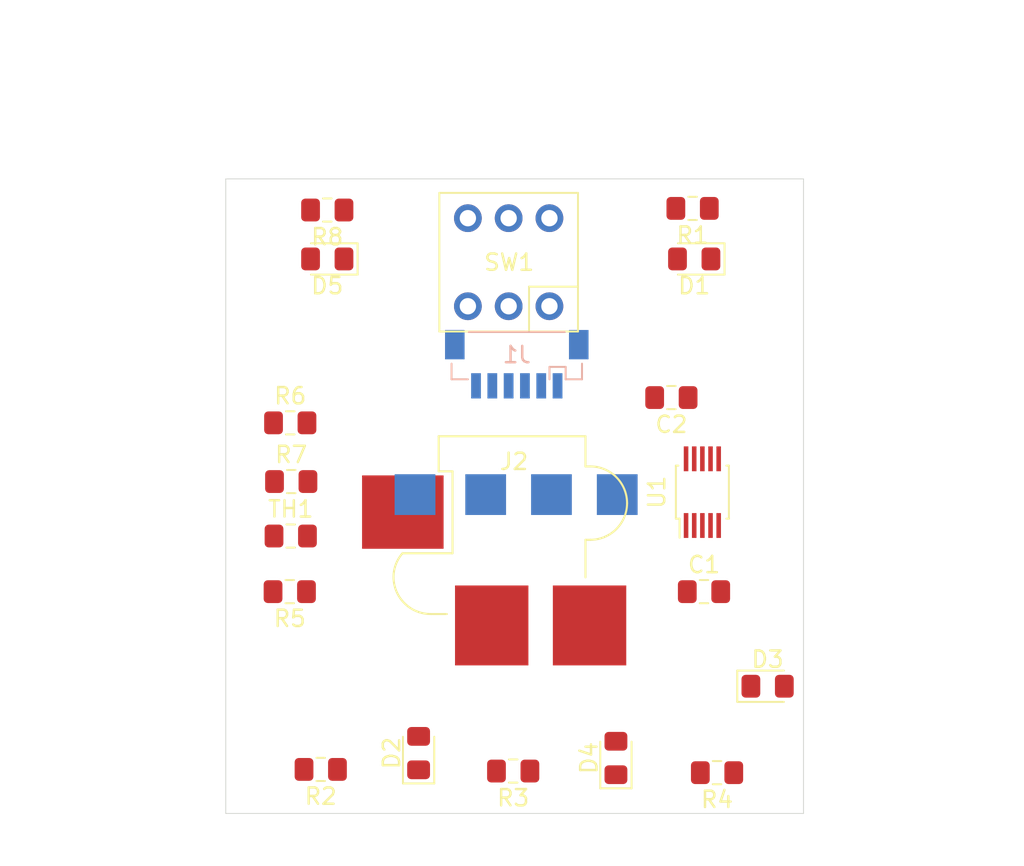
<source format=kicad_pcb>
(kicad_pcb (version 20171130) (host pcbnew "(5.1.5)-3")

  (general
    (thickness 1.6)
    (drawings 18)
    (tracks 0)
    (zones 0)
    (modules 29)
    (nets 17)
  )

  (page A4)
  (layers
    (0 F.Cu signal)
    (31 B.Cu signal)
    (32 B.Adhes user)
    (33 F.Adhes user)
    (34 B.Paste user)
    (35 F.Paste user)
    (36 B.SilkS user)
    (37 F.SilkS user)
    (38 B.Mask user)
    (39 F.Mask user)
    (40 Dwgs.User user)
    (41 Cmts.User user)
    (42 Eco1.User user)
    (43 Eco2.User user)
    (44 Edge.Cuts user)
    (45 Margin user)
    (46 B.CrtYd user hide)
    (47 F.CrtYd user)
    (48 B.Fab user hide)
    (49 F.Fab user hide)
  )

  (setup
    (last_trace_width 0.25)
    (trace_clearance 0.2)
    (zone_clearance 0.508)
    (zone_45_only no)
    (trace_min 0.2)
    (via_size 0.8)
    (via_drill 0.4)
    (via_min_size 0.4)
    (via_min_drill 0.3)
    (uvia_size 0.3)
    (uvia_drill 0.1)
    (uvias_allowed no)
    (uvia_min_size 0.2)
    (uvia_min_drill 0.1)
    (edge_width 0.05)
    (segment_width 0.2)
    (pcb_text_width 0.3)
    (pcb_text_size 1.5 1.5)
    (mod_edge_width 0.12)
    (mod_text_size 1 1)
    (mod_text_width 0.15)
    (pad_size 1.524 1.524)
    (pad_drill 0.762)
    (pad_to_mask_clearance 0.051)
    (solder_mask_min_width 0.25)
    (aux_axis_origin 0 0)
    (visible_elements 7FFEFFFF)
    (pcbplotparams
      (layerselection 0x010fc_ffffffff)
      (usegerberextensions false)
      (usegerberattributes false)
      (usegerberadvancedattributes false)
      (creategerberjobfile false)
      (excludeedgelayer true)
      (linewidth 0.100000)
      (plotframeref false)
      (viasonmask false)
      (mode 1)
      (useauxorigin false)
      (hpglpennumber 1)
      (hpglpenspeed 20)
      (hpglpendiameter 15.000000)
      (psnegative false)
      (psa4output false)
      (plotreference true)
      (plotvalue true)
      (plotinvisibletext false)
      (padsonsilk false)
      (subtractmaskfromsilk false)
      (outputformat 1)
      (mirror false)
      (drillshape 1)
      (scaleselection 1)
      (outputdirectory ""))
  )

  (net 0 "")
  (net 1 /PWRIN)
  (net 2 GND)
  (net 3 /BATT+)
  (net 4 "Net-(D1-Pad1)")
  (net 5 "Net-(D2-Pad1)")
  (net 6 "Net-(D3-Pad1)")
  (net 7 "Net-(D4-Pad1)")
  (net 8 /SWITCH)
  (net 9 /READY)
  (net 10 /PG)
  (net 11 /ST2)
  (net 12 /ST1)
  (net 13 /PROG)
  (net 14 /THRM)
  (net 15 /THRMIC)
  (net 16 "Net-(D5-Pad1)")

  (net_class Default "This is the default net class."
    (clearance 0.2)
    (trace_width 0.25)
    (via_dia 0.8)
    (via_drill 0.4)
    (uvia_dia 0.3)
    (uvia_drill 0.1)
    (add_net /BATT+)
    (add_net /PG)
    (add_net /PROG)
    (add_net /PWRIN)
    (add_net /READY)
    (add_net /ST1)
    (add_net /ST2)
    (add_net /SWITCH)
    (add_net /THRM)
    (add_net /THRMIC)
    (add_net GND)
    (add_net "Net-(D1-Pad1)")
    (add_net "Net-(D2-Pad1)")
    (add_net "Net-(D3-Pad1)")
    (add_net "Net-(D4-Pad1)")
    (add_net "Net-(D5-Pad1)")
  )

  (module "Naquadah Generator:MHPS2283" (layer F.Cu) (tedit 5EDA608E) (tstamp 5ED9B80F)
    (at 145.1225 94.2 180)
    (descr MHPS2283-3)
    (tags Connector)
    (path /5EDA05EC)
    (fp_text reference SW1 (at -0.03 -0.01) (layer F.SilkS)
      (effects (font (size 1 1) (thickness 0.15)))
    )
    (fp_text value MHPS2283 (at -0.09 5.6) (layer F.Fab) hide
      (effects (font (size 1 1) (thickness 0.15)))
    )
    (fp_line (start 4.25 -4.25) (end -4.25 -4.25) (layer F.SilkS) (width 0.12))
    (fp_line (start -4.25 4.25) (end 4.25 4.25) (layer F.SilkS) (width 0.12))
    (fp_line (start -1.25 -1.5) (end -4.25 -1.5) (layer F.SilkS) (width 0.12))
    (fp_line (start -1.25 -4.25) (end -1.25 -1.5) (layer F.SilkS) (width 0.12))
    (fp_line (start -5 5) (end -5 -5) (layer F.CrtYd) (width 0.05))
    (fp_line (start -5 5) (end 5 5) (layer F.CrtYd) (width 0.05))
    (fp_line (start 5 -5) (end 5 5) (layer F.CrtYd) (width 0.05))
    (fp_line (start -5 -5) (end 5 -5) (layer F.CrtYd) (width 0.05))
    (fp_line (start -4.25 4.25) (end -4.25 -4.25) (layer F.SilkS) (width 0.12))
    (fp_line (start 4.25 -4.25) (end 4.25 4.25) (layer F.SilkS) (width 0.12))
    (fp_line (start -4.25 4.25) (end -4.25 -4.25) (layer F.Fab) (width 0.1))
    (fp_line (start 4.25 4.25) (end -4.25 4.25) (layer F.Fab) (width 0.1))
    (fp_line (start 4.25 -4.25) (end 4.25 4.25) (layer F.Fab) (width 0.1))
    (fp_line (start -4.25 -4.25) (end 4.25 -4.25) (layer F.Fab) (width 0.1))
    (fp_text user %R (at -0.03 -0.02) (layer F.Fab)
      (effects (font (size 1 1) (thickness 0.15)))
    )
    (pad 6 thru_hole circle (at -2.5 2.7 180) (size 1.7 1.7) (drill 1) (layers *.Cu *.Mask))
    (pad 5 thru_hole circle (at 0 2.7 180) (size 1.7 1.7) (drill 1) (layers *.Cu *.Mask)
      (net 3 /BATT+))
    (pad 4 thru_hole circle (at 2.5 2.7 180) (size 1.7 1.7) (drill 1) (layers *.Cu *.Mask)
      (net 8 /SWITCH))
    (pad 3 thru_hole circle (at 2.5 -2.7 180) (size 1.7 1.7) (drill 1) (layers *.Cu *.Mask)
      (net 8 /SWITCH))
    (pad 2 thru_hole circle (at 0 -2.7 180) (size 1.7 1.7) (drill 1) (layers *.Cu *.Mask)
      (net 3 /BATT+))
    (pad 1 thru_hole circle (at -2.5 -2.7 180) (size 1.7 1.7) (drill 1) (layers *.Cu *.Mask))
    (model "S:/Thanksgiving Weasel/2018-06 Naquadah Reactor/Electronics/Hardware/Naquadah-Generator-Hardware/Libraries/packages3d/MHPS2283.step"
      (offset (xyz -2.5 2.7 0))
      (scale (xyz 1 1 1))
      (rotate (xyz 0 0 0))
    )
  )

  (module "Naquadah Generator:MountingHole_2.2mm_M2" (layer F.Cu) (tedit 5ED144EE) (tstamp 5EDA5674)
    (at 156.8 118.2)
    (descr "Mounting Hole 2.2mm, no annular, M2")
    (tags "mounting hole 2.2mm no annular m2")
    (path /5EDD7A5B)
    (fp_text reference H4 (at 0 -3.2) (layer F.Fab) hide
      (effects (font (size 1 1) (thickness 0.15)))
    )
    (fp_text value MountingHole (at 0 3.2) (layer F.Fab) hide
      (effects (font (size 1 1) (thickness 0.15)))
    )
    (fp_text user %R (at 0 -3.048) (layer F.Fab) hide
      (effects (font (size 1 1) (thickness 0.15)))
    )
    (fp_circle (center 0 0) (end 2.2 0) (layer Cmts.User) (width 0.15))
    (fp_circle (center 0 0) (end 2.45 0) (layer F.CrtYd) (width 0.05))
    (pad "" np_thru_hole circle (at 0 0) (size 2.2 2.2) (drill 2.2) (layers *.Cu *.Mask))
  )

  (module "Naquadah Generator:MountingHole_2.2mm_M2" (layer F.Cu) (tedit 5ED144EE) (tstamp 5EDA566C)
    (at 132.8 118.9)
    (descr "Mounting Hole 2.2mm, no annular, M2")
    (tags "mounting hole 2.2mm no annular m2")
    (path /5EDD5BD4)
    (fp_text reference H3 (at 0 -3.2) (layer F.Fab) hide
      (effects (font (size 1 1) (thickness 0.15)))
    )
    (fp_text value MountingHole (at 0 3.2) (layer F.Fab) hide
      (effects (font (size 1 1) (thickness 0.15)))
    )
    (fp_text user %R (at 0 -3.048) (layer F.Fab) hide
      (effects (font (size 1 1) (thickness 0.15)))
    )
    (fp_circle (center 0 0) (end 2.2 0) (layer Cmts.User) (width 0.15))
    (fp_circle (center 0 0) (end 2.45 0) (layer F.CrtYd) (width 0.05))
    (pad "" np_thru_hole circle (at 0 0) (size 2.2 2.2) (drill 2.2) (layers *.Cu *.Mask))
  )

  (module "Naquadah Generator:MountingHole_2.2mm_M2" (layer F.Cu) (tedit 5ED144EE) (tstamp 5EDA5664)
    (at 157.1 98.9)
    (descr "Mounting Hole 2.2mm, no annular, M2")
    (tags "mounting hole 2.2mm no annular m2")
    (path /5EDD3F85)
    (fp_text reference H2 (at 0 -3.2) (layer F.Fab) hide
      (effects (font (size 1 1) (thickness 0.15)))
    )
    (fp_text value MountingHole (at 0 3.2) (layer F.Fab) hide
      (effects (font (size 1 1) (thickness 0.15)))
    )
    (fp_text user %R (at 0 -3.048) (layer F.Fab) hide
      (effects (font (size 1 1) (thickness 0.15)))
    )
    (fp_circle (center 0 0) (end 2.2 0) (layer Cmts.User) (width 0.15))
    (fp_circle (center 0 0) (end 2.45 0) (layer F.CrtYd) (width 0.05))
    (pad "" np_thru_hole circle (at 0 0) (size 2.2 2.2) (drill 2.2) (layers *.Cu *.Mask))
  )

  (module "Naquadah Generator:MountingHole_2.2mm_M2" (layer F.Cu) (tedit 5ED144EE) (tstamp 5EDA565C)
    (at 132.8 98.5)
    (descr "Mounting Hole 2.2mm, no annular, M2")
    (tags "mounting hole 2.2mm no annular m2")
    (path /5EDD2B63)
    (fp_text reference H1 (at 0 -3.2) (layer F.Fab) hide
      (effects (font (size 1 1) (thickness 0.15)))
    )
    (fp_text value MountingHole (at 0 3.2) (layer F.Fab) hide
      (effects (font (size 1 1) (thickness 0.15)))
    )
    (fp_text user %R (at 0 -3.048) (layer F.Fab) hide
      (effects (font (size 1 1) (thickness 0.15)))
    )
    (fp_circle (center 0 0) (end 2.2 0) (layer Cmts.User) (width 0.15))
    (fp_circle (center 0 0) (end 2.45 0) (layer F.CrtYd) (width 0.05))
    (pad "" np_thru_hole circle (at 0 0) (size 2.2 2.2) (drill 2.2) (layers *.Cu *.Mask))
  )

  (module "Naquadah Generator:Power_Daughter_Board_Conn" (layer B.Cu) (tedit 5ED7DD96) (tstamp 5ED7A779)
    (at 145.62 100.13 180)
    (descr "Power daughter board connector")
    (tags Connector)
    (path /5EDA477E)
    (attr smd)
    (fp_text reference J1 (at 0 0.254) (layer B.SilkS)
      (effects (font (size 1 1) (thickness 0.15)) (justify mirror))
    )
    (fp_text value End_Sphere_Conn (at 0 -4.826) (layer B.SilkS) hide
      (effects (font (size 1 1) (thickness 0.15)) (justify mirror))
    )
    (fp_line (start -2.9972 -0.4826) (end -2.9972 -1.2446) (layer B.Fab) (width 0.1))
    (fp_line (start -2.0066 -0.4826) (end -2.0066 -1.2446) (layer B.Fab) (width 0.1))
    (fp_line (start -2.0066 -0.4826) (end -2.9972 -0.4826) (layer B.Fab) (width 0.1))
    (fp_line (start -2.0066 -0.488) (end -2.0066 -1.25) (layer B.SilkS) (width 0.12))
    (fp_line (start -2.9972 -0.488) (end -2.9972 -1.25) (layer B.SilkS) (width 0.12))
    (fp_line (start -2.0066 -0.488) (end -2.9972 -0.488) (layer B.SilkS) (width 0.12))
    (fp_line (start 4 -1.25) (end 2.9972 -1.25) (layer B.SilkS) (width 0.12))
    (fp_line (start -4 -1.25) (end -2.9972 -1.25) (layer B.SilkS) (width 0.12))
    (fp_line (start 4 -1.25) (end 4 -0.291) (layer B.SilkS) (width 0.12))
    (fp_line (start -4 -1.25) (end -4 -0.291) (layer B.SilkS) (width 0.12))
    (fp_line (start -2.95 1.65) (end 2.95 1.65) (layer B.SilkS) (width 0.12))
    (fp_line (start -5.4 -3.425) (end -5.4 2.775) (layer B.CrtYd) (width 0.05))
    (fp_line (start 5.4 -3.425) (end -5.4 -3.425) (layer B.CrtYd) (width 0.05))
    (fp_line (start 5.4 2.775) (end 5.4 -3.425) (layer B.CrtYd) (width 0.05))
    (fp_line (start -5.4 2.775) (end 5.4 2.775) (layer B.CrtYd) (width 0.05))
    (fp_line (start -4 -1.25) (end -4 1.65) (layer B.Fab) (width 0.1))
    (fp_line (start 4 -1.25) (end -4 -1.25) (layer B.Fab) (width 0.1))
    (fp_line (start 4 1.65) (end 4 -1.25) (layer B.Fab) (width 0.1))
    (fp_line (start -4 1.65) (end 4 1.65) (layer B.Fab) (width 0.1))
    (fp_text user %R (at 0 0.254) (layer B.Fab)
      (effects (font (size 1 1) (thickness 0.15)) (justify mirror))
    )
    (pad MP smd rect (at 3.8 0.875 180) (size 1.2 1.8) (layers B.Cu B.Paste B.Mask))
    (pad MP smd rect (at -3.8 0.875 180) (size 1.2 1.8) (layers B.Cu B.Paste B.Mask))
    (pad 1 smd rect (at -2.5 -1.65 180) (size 0.6 1.55) (layers B.Cu B.Paste B.Mask)
      (net 2 GND))
    (pad 2 smd rect (at -1.5 -1.65 180) (size 0.6 1.55) (layers B.Cu B.Paste B.Mask)
      (net 2 GND))
    (pad 3 smd rect (at -0.5 -1.65 180) (size 0.6 1.55) (layers B.Cu B.Paste B.Mask)
      (net 3 /BATT+))
    (pad 4 smd rect (at 0.5 -1.65 180) (size 0.6 1.55) (layers B.Cu B.Paste B.Mask)
      (net 3 /BATT+))
    (pad 5 smd rect (at 1.5 -1.65 180) (size 0.6 1.55) (layers B.Cu B.Paste B.Mask)
      (net 8 /SWITCH))
    (pad 6 smd rect (at 2.5 -1.65 180) (size 0.6 1.55) (layers B.Cu B.Paste B.Mask)
      (net 9 /READY))
    (model "S:/Thanksgiving Weasel/2018-06 Naquadah Reactor/Electronics/Hardware/Naquadah-Generator-Hardware/Libraries/packages3d/BM06B-SRSS-TB.STEP"
      (offset (xyz 0 0.95 0))
      (scale (xyz 1 1 1))
      (rotate (xyz -90 0 0))
    )
  )

  (module "Naquadah Generator:Wire_Assembly_Four" (layer F.Cu) (tedit 5EC56558) (tstamp 5ED7BB26)
    (at 144.64 127.91)
    (path /5EDA8160)
    (attr virtual)
    (fp_text reference WA1 (at 0 5.08) (layer F.Fab)
      (effects (font (size 1 1) (thickness 0.15)))
    )
    (fp_text value WireAssembly (at 0 -5.08) (layer F.Fab)
      (effects (font (size 1 1) (thickness 0.15)))
    )
    (fp_line (start -6.604 2.286) (end 6.604 2.286) (layer F.Fab) (width 0.12))
    (fp_line (start -6.604 0.762) (end 6.604 0.762) (layer F.Fab) (width 0.12))
    (fp_line (start -6.604 -0.762) (end 6.604 -0.762) (layer F.Fab) (width 0.12))
    (fp_line (start -6.604 -2.286) (end 6.604 -2.286) (layer F.Fab) (width 0.12))
    (fp_line (start 5.762 -3.302) (end 8.462 -3.302) (layer F.Fab) (width 0.05))
    (fp_line (start 5.762 3.302) (end 5.762 -3.302) (layer F.Fab) (width 0.05))
    (fp_poly (pts (xy 7.62 -2.032) (xy 6.604 -2.032) (xy 6.604 -2.54) (xy 7.62 -2.54)) (layer F.Fab) (width 0.1))
    (fp_line (start 8.462 -3.302) (end 8.462 3.302) (layer F.Fab) (width 0.05))
    (fp_poly (pts (xy 7.62 -0.508) (xy 6.604 -0.508) (xy 6.604 -1.016) (xy 7.62 -1.016)) (layer F.Fab) (width 0.1))
    (fp_poly (pts (xy 7.62 1.016) (xy 6.604 1.016) (xy 6.604 0.508) (xy 7.62 0.508)) (layer F.Fab) (width 0.1))
    (fp_poly (pts (xy 7.62 2.54) (xy 6.604 2.54) (xy 6.604 2.032) (xy 7.62 2.032)) (layer F.Fab) (width 0.1))
    (fp_line (start 5.762 3.302) (end 8.462 3.302) (layer F.Fab) (width 0.05))
    (fp_line (start -8.462 3.302) (end -5.762 3.302) (layer F.Fab) (width 0.05))
    (fp_poly (pts (xy -6.604 2.54) (xy -7.62 2.54) (xy -7.62 2.032) (xy -6.604 2.032)) (layer F.Fab) (width 0.1))
    (fp_poly (pts (xy -6.604 1.016) (xy -7.62 1.016) (xy -7.62 0.508) (xy -6.604 0.508)) (layer F.Fab) (width 0.1))
    (fp_poly (pts (xy -6.604 -0.508) (xy -7.62 -0.508) (xy -7.62 -1.016) (xy -6.604 -1.016)) (layer F.Fab) (width 0.1))
    (fp_poly (pts (xy -6.604 -2.032) (xy -7.62 -2.032) (xy -7.62 -2.54) (xy -6.604 -2.54)) (layer F.Fab) (width 0.1))
    (fp_line (start -5.762 -3.302) (end -5.762 3.302) (layer F.Fab) (width 0.05))
    (fp_line (start -8.462 3.302) (end -8.462 -3.302) (layer F.Fab) (width 0.05))
    (fp_line (start -8.462 -3.302) (end -5.762 -3.302) (layer F.Fab) (width 0.05))
  )

  (module "Li-ion 5A Boost 1A Charge Protect:0805_2012Metric_HandSolder" (layer F.Cu) (tedit 5EB6A720) (tstamp 5EDADB78)
    (at 134 91 180)
    (descr "SMD 0805 (2012 Metric), square (rectangular) end terminal, IPC_7351 nominal with elongated pad for handsoldering")
    (tags "capacitor handsolder")
    (path /5ED96117)
    (attr smd)
    (fp_text reference R8 (at 0 -1.65) (layer F.SilkS)
      (effects (font (size 1 1) (thickness 0.15)))
    )
    (fp_text value 1k (at 0 1.65) (layer F.Fab)
      (effects (font (size 1 1) (thickness 0.15)))
    )
    (fp_line (start -1 0.6) (end -1 -0.6) (layer F.Fab) (width 0.1))
    (fp_line (start -1 -0.6) (end 1 -0.6) (layer F.Fab) (width 0.1))
    (fp_line (start 1 -0.6) (end 1 0.6) (layer F.Fab) (width 0.1))
    (fp_line (start 1 0.6) (end -1 0.6) (layer F.Fab) (width 0.1))
    (fp_line (start -0.261252 -0.71) (end 0.261252 -0.71) (layer F.SilkS) (width 0.12))
    (fp_line (start -0.261252 0.71) (end 0.261252 0.71) (layer F.SilkS) (width 0.12))
    (fp_line (start -1.85 0.95) (end -1.85 -0.95) (layer F.CrtYd) (width 0.05))
    (fp_line (start -1.85 -0.95) (end 1.85 -0.95) (layer F.CrtYd) (width 0.05))
    (fp_line (start 1.85 -0.95) (end 1.85 0.95) (layer F.CrtYd) (width 0.05))
    (fp_line (start 1.85 0.95) (end -1.85 0.95) (layer F.CrtYd) (width 0.05))
    (fp_text user %R (at 0 0) (layer F.Fab)
      (effects (font (size 0.5 0.5) (thickness 0.08)))
    )
    (pad 1 smd roundrect (at -1.025 0 180) (size 1.15 1.4) (layers F.Cu F.Paste F.Mask) (roundrect_rratio 0.217391)
      (net 16 "Net-(D5-Pad1)"))
    (pad 2 smd roundrect (at 1.025 0 180) (size 1.15 1.4) (layers F.Cu F.Paste F.Mask) (roundrect_rratio 0.217391)
      (net 2 GND))
    (model ${KISYS3DMOD}/Capacitor_SMD.3dshapes/C_0805_2012Metric.wrl
      (at (xyz 0 0 0))
      (scale (xyz 1 1 1))
      (rotate (xyz 0 0 0))
    )
  )

  (module "Li-ion 5A Boost 1A Charge Protect:LED_0805_2012Metric_HandSolder" (layer F.Cu) (tedit 5EB46406) (tstamp 5ED7D75B)
    (at 134 94 180)
    (descr "LED SMD 0805 (2012 Metric), square (rectangular) end terminal, IPC_7351 nominal, (Body size source: https://docs.google.com/spreadsheets/d/1BsfQQcO9C6DZCsRaXUlFlo91Tg2WpOkGARC1WS5S8t0/edit?usp=sharing), generated with kicad-footprint-generator")
    (tags "LED handsolder")
    (path /5ED9610C)
    (attr smd)
    (fp_text reference D5 (at 0 -1.65) (layer F.SilkS)
      (effects (font (size 1 1) (thickness 0.15)))
    )
    (fp_text value RED (at 0 1.65) (layer F.Fab)
      (effects (font (size 1 1) (thickness 0.15)))
    )
    (fp_text user %R (at 0 0) (layer F.Fab)
      (effects (font (size 0.5 0.5) (thickness 0.08)))
    )
    (fp_line (start 1.85 0.95) (end -1.85 0.95) (layer F.CrtYd) (width 0.05))
    (fp_line (start 1.85 -0.95) (end 1.85 0.95) (layer F.CrtYd) (width 0.05))
    (fp_line (start -1.85 -0.95) (end 1.85 -0.95) (layer F.CrtYd) (width 0.05))
    (fp_line (start -1.85 0.95) (end -1.85 -0.95) (layer F.CrtYd) (width 0.05))
    (fp_line (start -1.86 0.96) (end 1 0.96) (layer F.SilkS) (width 0.12))
    (fp_line (start -1.86 -0.96) (end -1.86 0.96) (layer F.SilkS) (width 0.12))
    (fp_line (start 1 -0.96) (end -1.86 -0.96) (layer F.SilkS) (width 0.12))
    (fp_line (start 1 0.6) (end 1 -0.6) (layer F.Fab) (width 0.1))
    (fp_line (start -1 0.6) (end 1 0.6) (layer F.Fab) (width 0.1))
    (fp_line (start -1 -0.3) (end -1 0.6) (layer F.Fab) (width 0.1))
    (fp_line (start -0.7 -0.6) (end -1 -0.3) (layer F.Fab) (width 0.1))
    (fp_line (start 1 -0.6) (end -0.7 -0.6) (layer F.Fab) (width 0.1))
    (pad 2 smd roundrect (at 1.025 0 180) (size 1.15 1.4) (layers F.Cu F.Paste F.Mask) (roundrect_rratio 0.217391)
      (net 3 /BATT+))
    (pad 1 smd roundrect (at -1.025 0 180) (size 1.15 1.4) (layers F.Cu F.Paste F.Mask) (roundrect_rratio 0.217391)
      (net 16 "Net-(D5-Pad1)"))
    (model ${KISYS3DMOD}/LED_SMD.3dshapes/LED_0805_2012Metric.wrl
      (at (xyz 0 0 0))
      (scale (xyz 1 1 1))
      (rotate (xyz 0 0 0))
    )
  )

  (module Frequently_Used:Pad_2.5-2.5 (layer B.Cu) (tedit 5ED705E7) (tstamp 5ED7C44C)
    (at 139.38 108.45)
    (descr "SMD Pad 1.25x2.5 mm")
    (path /5ED845DB)
    (fp_text reference TP4 (at 0 -3.175 180) (layer B.Fab) hide
      (effects (font (size 1 1) (thickness 0.15)) (justify bottom mirror))
    )
    (fp_text value TestPoint (at 0 -5.08) (layer B.Fab) hide
      (effects (font (size 1 1) (thickness 0.15)) (justify bottom mirror))
    )
    (fp_line (start -1.524 1.524) (end 1.524 1.524) (layer B.CrtYd) (width 0.05))
    (fp_line (start 1.524 1.524) (end 1.524 -1.524) (layer B.CrtYd) (width 0.05))
    (fp_line (start 1.524 -1.524) (end -1.524 -1.524) (layer B.CrtYd) (width 0.05))
    (fp_line (start -1.524 -1.524) (end -1.524 1.524) (layer B.CrtYd) (width 0.05))
    (pad 1 smd rect (at 0 0) (size 2.5 2.5) (layers B.Cu B.Paste B.Mask)
      (net 2 GND) (solder_mask_margin 0.1016) (thermal_width 0.85))
  )

  (module "Li-ion 5A Boost 1A Charge Protect:MCP73833" (layer F.Cu) (tedit 5EBC2DA0) (tstamp 5ED9C210)
    (at 157 108.3 90)
    (descr MSOP-10)
    (path /5EB6C38E)
    (attr smd)
    (fp_text reference U1 (at 0 -2.794 90) (layer F.SilkS)
      (effects (font (size 1 1) (thickness 0.15)))
    )
    (fp_text value MCP73833T (at 0 2.921 90) (layer F.Fab)
      (effects (font (size 1 1) (thickness 0.15)))
    )
    (fp_line (start -1.4986 -0.8349) (end -1.4986 -1.1651) (layer F.Fab) (width 0.1))
    (fp_line (start -1.4986 -1.1651) (end -2.4511 -1.1651) (layer F.Fab) (width 0.1))
    (fp_line (start -2.4511 -1.1651) (end -2.4511 -0.8349) (layer F.Fab) (width 0.1))
    (fp_line (start -2.4511 -0.8349) (end -1.4986 -0.8349) (layer F.Fab) (width 0.1))
    (fp_line (start -1.4986 -0.3349) (end -1.4986 -0.6651) (layer F.Fab) (width 0.1))
    (fp_line (start -1.4986 -0.6651) (end -2.4511 -0.6651) (layer F.Fab) (width 0.1))
    (fp_line (start -2.4511 -0.6651) (end -2.4511 -0.3349) (layer F.Fab) (width 0.1))
    (fp_line (start -2.4511 -0.3349) (end -1.4986 -0.3349) (layer F.Fab) (width 0.1))
    (fp_line (start -1.4986 0.1651) (end -1.4986 -0.1651) (layer F.Fab) (width 0.1))
    (fp_line (start -1.4986 -0.1651) (end -2.4511 -0.1651) (layer F.Fab) (width 0.1))
    (fp_line (start -2.4511 -0.1651) (end -2.4511 0.1651) (layer F.Fab) (width 0.1))
    (fp_line (start -2.4511 0.1651) (end -1.4986 0.1651) (layer F.Fab) (width 0.1))
    (fp_line (start -1.4986 0.6651) (end -1.4986 0.3349) (layer F.Fab) (width 0.1))
    (fp_line (start -1.4986 0.3349) (end -2.4511 0.3349) (layer F.Fab) (width 0.1))
    (fp_line (start -2.4511 0.3349) (end -2.4511 0.6651) (layer F.Fab) (width 0.1))
    (fp_line (start -2.4511 0.6651) (end -1.4986 0.6651) (layer F.Fab) (width 0.1))
    (fp_line (start -1.4986 1.1651) (end -1.4986 0.8349) (layer F.Fab) (width 0.1))
    (fp_line (start -1.4986 0.8349) (end -2.4511 0.8349) (layer F.Fab) (width 0.1))
    (fp_line (start -2.4511 0.8349) (end -2.4511 1.1651) (layer F.Fab) (width 0.1))
    (fp_line (start -2.4511 1.1651) (end -1.4986 1.1651) (layer F.Fab) (width 0.1))
    (fp_line (start 1.4986 0.8349) (end 1.4986 1.1651) (layer F.Fab) (width 0.1))
    (fp_line (start 1.4986 1.1651) (end 2.4511 1.1651) (layer F.Fab) (width 0.1))
    (fp_line (start 2.4511 1.1651) (end 2.4511 0.8349) (layer F.Fab) (width 0.1))
    (fp_line (start 2.4511 0.8349) (end 1.4986 0.8349) (layer F.Fab) (width 0.1))
    (fp_line (start 1.4986 0.3349) (end 1.4986 0.6651) (layer F.Fab) (width 0.1))
    (fp_line (start 1.4986 0.6651) (end 2.4511 0.6651) (layer F.Fab) (width 0.1))
    (fp_line (start 2.4511 0.6651) (end 2.4511 0.3349) (layer F.Fab) (width 0.1))
    (fp_line (start 2.4511 0.3349) (end 1.4986 0.3349) (layer F.Fab) (width 0.1))
    (fp_line (start 1.4986 -0.1651) (end 1.4986 0.1651) (layer F.Fab) (width 0.1))
    (fp_line (start 1.4986 0.1651) (end 2.4511 0.1651) (layer F.Fab) (width 0.1))
    (fp_line (start 2.4511 0.1651) (end 2.4511 -0.1651) (layer F.Fab) (width 0.1))
    (fp_line (start 2.4511 -0.1651) (end 1.4986 -0.1651) (layer F.Fab) (width 0.1))
    (fp_line (start 1.4986 -0.6651) (end 1.4986 -0.3349) (layer F.Fab) (width 0.1))
    (fp_line (start 1.4986 -0.3349) (end 2.4511 -0.3349) (layer F.Fab) (width 0.1))
    (fp_line (start 2.4511 -0.3349) (end 2.4511 -0.6651) (layer F.Fab) (width 0.1))
    (fp_line (start 2.4511 -0.6651) (end 1.4986 -0.6651) (layer F.Fab) (width 0.1))
    (fp_line (start 1.4986 -1.1651) (end 1.4986 -0.8349) (layer F.Fab) (width 0.1))
    (fp_line (start 1.4986 -0.8349) (end 2.4511 -0.8349) (layer F.Fab) (width 0.1))
    (fp_line (start 2.4511 -0.8349) (end 2.4511 -1.1651) (layer F.Fab) (width 0.1))
    (fp_line (start 2.4511 -1.1651) (end 1.4986 -1.1651) (layer F.Fab) (width 0.1))
    (fp_line (start -1.6256 1.6256) (end 1.6256 1.6256) (layer F.SilkS) (width 0.12))
    (fp_line (start 1.6256 1.6256) (end 1.6256 1.472441) (layer F.SilkS) (width 0.12))
    (fp_line (start 1.6256 -1.6256) (end -1.6256 -1.6256) (layer F.SilkS) (width 0.12))
    (fp_line (start -1.6256 -1.6256) (end -1.6256 -1.397) (layer F.SilkS) (width 0.12))
    (fp_line (start -1.4986 1.4986) (end 1.4986 1.4986) (layer F.Fab) (width 0.1))
    (fp_line (start 1.4986 1.4986) (end 1.4986 -1.4986) (layer F.Fab) (width 0.1))
    (fp_line (start 1.4986 -1.4986) (end -1.4986 -1.4986) (layer F.Fab) (width 0.1))
    (fp_line (start -1.4986 -1.4986) (end -1.4986 1.4986) (layer F.Fab) (width 0.1))
    (fp_line (start -1.6256 1.472441) (end -1.6256 1.6256) (layer F.SilkS) (width 0.12))
    (fp_line (start 1.6256 -1.472441) (end 1.6256 -1.6256) (layer F.SilkS) (width 0.12))
    (fp_line (start -3.0607 1.3937) (end -3.0607 -1.3937) (layer F.CrtYd) (width 0.05))
    (fp_line (start -3.0607 -1.3937) (end -1.7526 -1.3937) (layer F.CrtYd) (width 0.05))
    (fp_line (start -1.7526 -1.3937) (end -1.7526 -1.7526) (layer F.CrtYd) (width 0.05))
    (fp_line (start -1.7526 -1.7526) (end 1.7526 -1.7526) (layer F.CrtYd) (width 0.05))
    (fp_line (start 1.7526 -1.7526) (end 1.7526 -1.3937) (layer F.CrtYd) (width 0.05))
    (fp_line (start 1.7526 -1.3937) (end 3.0607 -1.3937) (layer F.CrtYd) (width 0.05))
    (fp_line (start 3.0607 -1.3937) (end 3.0607 1.3937) (layer F.CrtYd) (width 0.05))
    (fp_line (start 3.0607 1.3937) (end 1.7526 1.3937) (layer F.CrtYd) (width 0.05))
    (fp_line (start 1.7526 1.3937) (end 1.7526 1.7526) (layer F.CrtYd) (width 0.05))
    (fp_line (start 1.7526 1.7526) (end -1.7526 1.7526) (layer F.CrtYd) (width 0.05))
    (fp_line (start -1.7526 1.7526) (end -1.7526 1.3937) (layer F.CrtYd) (width 0.05))
    (fp_line (start -1.7526 1.3937) (end -3.0607 1.3937) (layer F.CrtYd) (width 0.05))
    (fp_arc (start 0 -1.4986) (end 0.3048 -1.4986) (angle 180) (layer F.Fab) (width 0.1))
    (fp_circle (center -0.889 -1.016) (end -0.689 -1.016) (layer F.Fab) (width 0.1))
    (fp_line (start -1.6256 -1.397) (end -2.794 -1.397) (layer F.SilkS) (width 0.12))
    (pad 1 smd rect (at -2.0447 -1.000001 90) (size 1.524 0.2794) (layers F.Cu F.Paste F.Mask)
      (net 1 /PWRIN))
    (pad 2 smd rect (at -2.0447 -0.499999 90) (size 1.524 0.2794) (layers F.Cu F.Paste F.Mask)
      (net 1 /PWRIN))
    (pad 3 smd rect (at -2.0447 0 90) (size 1.524 0.2794) (layers F.Cu F.Paste F.Mask)
      (net 12 /ST1))
    (pad 4 smd rect (at -2.0447 0.499999 90) (size 1.524 0.2794) (layers F.Cu F.Paste F.Mask)
      (net 11 /ST2))
    (pad 5 smd rect (at -2.0447 1.000001 90) (size 1.524 0.2794) (layers F.Cu F.Paste F.Mask)
      (net 2 GND))
    (pad 6 smd rect (at 2.0447 1.000001 90) (size 1.524 0.2794) (layers F.Cu F.Paste F.Mask)
      (net 13 /PROG))
    (pad 7 smd rect (at 2.0447 0.499999 90) (size 1.524 0.2794) (layers F.Cu F.Paste F.Mask)
      (net 10 /PG))
    (pad 8 smd rect (at 2.0447 0 90) (size 1.524 0.2794) (layers F.Cu F.Paste F.Mask)
      (net 15 /THRMIC))
    (pad 9 smd rect (at 2.0447 -0.499999 90) (size 1.524 0.2794) (layers F.Cu F.Paste F.Mask)
      (net 3 /BATT+))
    (pad 10 smd rect (at 2.0447 -1.000001 90) (size 1.524 0.2794) (layers F.Cu F.Paste F.Mask)
      (net 3 /BATT+))
    (model ${KISYS3DMOD}/Package_SO.3dshapes/MSOP-10_3x3mm_P0.5mm.wrl
      (at (xyz 0 0 0))
      (scale (xyz 1 1 1))
      (rotate (xyz 0 0 0))
    )
  )

  (module Frequently_Used:Pad_2.5-2.5 (layer B.Cu) (tedit 5ED705E7) (tstamp 5ED7C404)
    (at 143.712667 108.45)
    (descr "SMD Pad 1.25x2.5 mm")
    (path /5EDE12B6)
    (fp_text reference TP3 (at 0 -3.175 180) (layer B.Fab) hide
      (effects (font (size 1 1) (thickness 0.15)) (justify bottom mirror))
    )
    (fp_text value TestPoint (at 0 -5.08) (layer B.Fab) hide
      (effects (font (size 1 1) (thickness 0.15)) (justify bottom mirror))
    )
    (fp_line (start -1.524 1.524) (end 1.524 1.524) (layer B.CrtYd) (width 0.05))
    (fp_line (start 1.524 1.524) (end 1.524 -1.524) (layer B.CrtYd) (width 0.05))
    (fp_line (start 1.524 -1.524) (end -1.524 -1.524) (layer B.CrtYd) (width 0.05))
    (fp_line (start -1.524 -1.524) (end -1.524 1.524) (layer B.CrtYd) (width 0.05))
    (pad 1 smd rect (at 0 0) (size 2.5 2.5) (layers B.Cu B.Paste B.Mask)
      (net 3 /BATT+) (solder_mask_margin 0.1016) (thermal_width 0.85))
  )

  (module Frequently_Used:Pad_2.5-2.5 (layer B.Cu) (tedit 5ED705E7) (tstamp 5ED7C434)
    (at 147.746333 108.45)
    (descr "SMD Pad 1.25x2.5 mm")
    (path /5EDDF908)
    (fp_text reference TP2 (at 0 -3.175 180) (layer B.Fab) hide
      (effects (font (size 1 1) (thickness 0.15)) (justify bottom mirror))
    )
    (fp_text value TestPoint (at 0 -5.08) (layer B.Fab) hide
      (effects (font (size 1 1) (thickness 0.15)) (justify bottom mirror))
    )
    (fp_line (start -1.524 1.524) (end 1.524 1.524) (layer B.CrtYd) (width 0.05))
    (fp_line (start 1.524 1.524) (end 1.524 -1.524) (layer B.CrtYd) (width 0.05))
    (fp_line (start 1.524 -1.524) (end -1.524 -1.524) (layer B.CrtYd) (width 0.05))
    (fp_line (start -1.524 -1.524) (end -1.524 1.524) (layer B.CrtYd) (width 0.05))
    (pad 1 smd rect (at 0 0) (size 2.5 2.5) (layers B.Cu B.Paste B.Mask)
      (net 8 /SWITCH) (solder_mask_margin 0.1016) (thermal_width 0.85))
  )

  (module Frequently_Used:Pad_2.5-2.5 (layer B.Cu) (tedit 5ED705E7) (tstamp 5ED7C41C)
    (at 151.78 108.45)
    (descr "SMD Pad 1.25x2.5 mm")
    (path /5EDDCA36)
    (fp_text reference TP1 (at 0 -3.175 180) (layer B.Fab) hide
      (effects (font (size 1 1) (thickness 0.15)) (justify bottom mirror))
    )
    (fp_text value TestPoint (at 0 -5.08) (layer B.Fab) hide
      (effects (font (size 1 1) (thickness 0.15)) (justify bottom mirror))
    )
    (fp_line (start -1.524 1.524) (end 1.524 1.524) (layer B.CrtYd) (width 0.05))
    (fp_line (start 1.524 1.524) (end 1.524 -1.524) (layer B.CrtYd) (width 0.05))
    (fp_line (start 1.524 -1.524) (end -1.524 -1.524) (layer B.CrtYd) (width 0.05))
    (fp_line (start -1.524 -1.524) (end -1.524 1.524) (layer B.CrtYd) (width 0.05))
    (pad 1 smd rect (at 0 0) (size 2.5 2.5) (layers B.Cu B.Paste B.Mask)
      (net 9 /READY) (solder_mask_margin 0.1016) (thermal_width 0.85))
  )

  (module "Li-ion 5A Boost 1A Charge Protect:0805_2012Metric_HandSolder" (layer F.Cu) (tedit 5EB6A720) (tstamp 5ED7BC17)
    (at 131.76 110.99)
    (descr "SMD 0805 (2012 Metric), square (rectangular) end terminal, IPC_7351 nominal with elongated pad for handsoldering")
    (tags "capacitor handsolder")
    (path /5EBC49A8)
    (attr smd)
    (fp_text reference TH1 (at 0 -1.65) (layer F.SilkS)
      (effects (font (size 1 1) (thickness 0.15)))
    )
    (fp_text value 10k (at 0 1.65) (layer F.Fab)
      (effects (font (size 1 1) (thickness 0.15)))
    )
    (fp_line (start -1 0.6) (end -1 -0.6) (layer F.Fab) (width 0.1))
    (fp_line (start -1 -0.6) (end 1 -0.6) (layer F.Fab) (width 0.1))
    (fp_line (start 1 -0.6) (end 1 0.6) (layer F.Fab) (width 0.1))
    (fp_line (start 1 0.6) (end -1 0.6) (layer F.Fab) (width 0.1))
    (fp_line (start -0.261252 -0.71) (end 0.261252 -0.71) (layer F.SilkS) (width 0.12))
    (fp_line (start -0.261252 0.71) (end 0.261252 0.71) (layer F.SilkS) (width 0.12))
    (fp_line (start -1.85 0.95) (end -1.85 -0.95) (layer F.CrtYd) (width 0.05))
    (fp_line (start -1.85 -0.95) (end 1.85 -0.95) (layer F.CrtYd) (width 0.05))
    (fp_line (start 1.85 -0.95) (end 1.85 0.95) (layer F.CrtYd) (width 0.05))
    (fp_line (start 1.85 0.95) (end -1.85 0.95) (layer F.CrtYd) (width 0.05))
    (fp_text user %R (at 0 0) (layer F.Fab)
      (effects (font (size 0.5 0.5) (thickness 0.08)))
    )
    (pad 1 smd roundrect (at -1.025 0) (size 1.15 1.4) (layers F.Cu F.Paste F.Mask) (roundrect_rratio 0.217391)
      (net 14 /THRM))
    (pad 2 smd roundrect (at 1.025 0) (size 1.15 1.4) (layers F.Cu F.Paste F.Mask) (roundrect_rratio 0.217391)
      (net 2 GND))
    (model ${KISYS3DMOD}/Capacitor_SMD.3dshapes/C_0805_2012Metric.wrl
      (at (xyz 0 0 0))
      (scale (xyz 1 1 1))
      (rotate (xyz 0 0 0))
    )
  )

  (module "Li-ion 5A Boost 1A Charge Protect:0805_2012Metric_HandSolder" (layer F.Cu) (tedit 5EB6A720) (tstamp 5ED7BACD)
    (at 131.79 107.65)
    (descr "SMD 0805 (2012 Metric), square (rectangular) end terminal, IPC_7351 nominal with elongated pad for handsoldering")
    (tags "capacitor handsolder")
    (path /5EBB9C41)
    (attr smd)
    (fp_text reference R7 (at 0 -1.65) (layer F.SilkS)
      (effects (font (size 1 1) (thickness 0.15)))
    )
    (fp_text value 69.8k (at 0 1.65) (layer F.Fab)
      (effects (font (size 1 1) (thickness 0.15)))
    )
    (fp_line (start -1 0.6) (end -1 -0.6) (layer F.Fab) (width 0.1))
    (fp_line (start -1 -0.6) (end 1 -0.6) (layer F.Fab) (width 0.1))
    (fp_line (start 1 -0.6) (end 1 0.6) (layer F.Fab) (width 0.1))
    (fp_line (start 1 0.6) (end -1 0.6) (layer F.Fab) (width 0.1))
    (fp_line (start -0.261252 -0.71) (end 0.261252 -0.71) (layer F.SilkS) (width 0.12))
    (fp_line (start -0.261252 0.71) (end 0.261252 0.71) (layer F.SilkS) (width 0.12))
    (fp_line (start -1.85 0.95) (end -1.85 -0.95) (layer F.CrtYd) (width 0.05))
    (fp_line (start -1.85 -0.95) (end 1.85 -0.95) (layer F.CrtYd) (width 0.05))
    (fp_line (start 1.85 -0.95) (end 1.85 0.95) (layer F.CrtYd) (width 0.05))
    (fp_line (start 1.85 0.95) (end -1.85 0.95) (layer F.CrtYd) (width 0.05))
    (fp_text user %R (at 0 0) (layer F.Fab)
      (effects (font (size 0.5 0.5) (thickness 0.08)))
    )
    (pad 1 smd roundrect (at -1.025 0) (size 1.15 1.4) (layers F.Cu F.Paste F.Mask) (roundrect_rratio 0.217391)
      (net 14 /THRM))
    (pad 2 smd roundrect (at 1.025 0) (size 1.15 1.4) (layers F.Cu F.Paste F.Mask) (roundrect_rratio 0.217391)
      (net 2 GND))
    (model ${KISYS3DMOD}/Capacitor_SMD.3dshapes/C_0805_2012Metric.wrl
      (at (xyz 0 0 0))
      (scale (xyz 1 1 1))
      (rotate (xyz 0 0 0))
    )
  )

  (module "Li-ion 5A Boost 1A Charge Protect:0805_2012Metric_HandSolder" (layer F.Cu) (tedit 5EB6A720) (tstamp 5ED7BAFD)
    (at 131.73 104.05)
    (descr "SMD 0805 (2012 Metric), square (rectangular) end terminal, IPC_7351 nominal with elongated pad for handsoldering")
    (tags "capacitor handsolder")
    (path /5EB9EAAB)
    (attr smd)
    (fp_text reference R6 (at 0 -1.65) (layer F.SilkS)
      (effects (font (size 1 1) (thickness 0.15)))
    )
    (fp_text value 1.54k (at 0 1.65) (layer F.Fab)
      (effects (font (size 1 1) (thickness 0.15)))
    )
    (fp_line (start -1 0.6) (end -1 -0.6) (layer F.Fab) (width 0.1))
    (fp_line (start -1 -0.6) (end 1 -0.6) (layer F.Fab) (width 0.1))
    (fp_line (start 1 -0.6) (end 1 0.6) (layer F.Fab) (width 0.1))
    (fp_line (start 1 0.6) (end -1 0.6) (layer F.Fab) (width 0.1))
    (fp_line (start -0.261252 -0.71) (end 0.261252 -0.71) (layer F.SilkS) (width 0.12))
    (fp_line (start -0.261252 0.71) (end 0.261252 0.71) (layer F.SilkS) (width 0.12))
    (fp_line (start -1.85 0.95) (end -1.85 -0.95) (layer F.CrtYd) (width 0.05))
    (fp_line (start -1.85 -0.95) (end 1.85 -0.95) (layer F.CrtYd) (width 0.05))
    (fp_line (start 1.85 -0.95) (end 1.85 0.95) (layer F.CrtYd) (width 0.05))
    (fp_line (start 1.85 0.95) (end -1.85 0.95) (layer F.CrtYd) (width 0.05))
    (fp_text user %R (at 0 0) (layer F.Fab)
      (effects (font (size 0.5 0.5) (thickness 0.08)))
    )
    (pad 1 smd roundrect (at -1.025 0) (size 1.15 1.4) (layers F.Cu F.Paste F.Mask) (roundrect_rratio 0.217391)
      (net 14 /THRM))
    (pad 2 smd roundrect (at 1.025 0) (size 1.15 1.4) (layers F.Cu F.Paste F.Mask) (roundrect_rratio 0.217391)
      (net 15 /THRMIC))
    (model ${KISYS3DMOD}/Capacitor_SMD.3dshapes/C_0805_2012Metric.wrl
      (at (xyz 0 0 0))
      (scale (xyz 1 1 1))
      (rotate (xyz 0 0 0))
    )
  )

  (module "Li-ion 5A Boost 1A Charge Protect:0805_2012Metric_HandSolder" (layer F.Cu) (tedit 5EB6A720) (tstamp 5ED9C1A2)
    (at 131.7 114.4 180)
    (descr "SMD 0805 (2012 Metric), square (rectangular) end terminal, IPC_7351 nominal with elongated pad for handsoldering")
    (tags "capacitor handsolder")
    (path /5EB60D47)
    (attr smd)
    (fp_text reference R5 (at 0 -1.65 180) (layer F.SilkS)
      (effects (font (size 1 1) (thickness 0.15)))
    )
    (fp_text value 1k (at 0 1.65 180) (layer F.Fab)
      (effects (font (size 1 1) (thickness 0.15)))
    )
    (fp_line (start -1 0.6) (end -1 -0.6) (layer F.Fab) (width 0.1))
    (fp_line (start -1 -0.6) (end 1 -0.6) (layer F.Fab) (width 0.1))
    (fp_line (start 1 -0.6) (end 1 0.6) (layer F.Fab) (width 0.1))
    (fp_line (start 1 0.6) (end -1 0.6) (layer F.Fab) (width 0.1))
    (fp_line (start -0.261252 -0.71) (end 0.261252 -0.71) (layer F.SilkS) (width 0.12))
    (fp_line (start -0.261252 0.71) (end 0.261252 0.71) (layer F.SilkS) (width 0.12))
    (fp_line (start -1.85 0.95) (end -1.85 -0.95) (layer F.CrtYd) (width 0.05))
    (fp_line (start -1.85 -0.95) (end 1.85 -0.95) (layer F.CrtYd) (width 0.05))
    (fp_line (start 1.85 -0.95) (end 1.85 0.95) (layer F.CrtYd) (width 0.05))
    (fp_line (start 1.85 0.95) (end -1.85 0.95) (layer F.CrtYd) (width 0.05))
    (fp_text user %R (at 0 0 180) (layer F.Fab)
      (effects (font (size 0.5 0.5) (thickness 0.08)))
    )
    (pad 1 smd roundrect (at -1.025 0 180) (size 1.15 1.4) (layers F.Cu F.Paste F.Mask) (roundrect_rratio 0.217391)
      (net 13 /PROG))
    (pad 2 smd roundrect (at 1.025 0 180) (size 1.15 1.4) (layers F.Cu F.Paste F.Mask) (roundrect_rratio 0.217391)
      (net 2 GND))
    (model ${KISYS3DMOD}/Capacitor_SMD.3dshapes/C_0805_2012Metric.wrl
      (at (xyz 0 0 0))
      (scale (xyz 1 1 1))
      (rotate (xyz 0 0 0))
    )
  )

  (module "Li-ion 5A Boost 1A Charge Protect:0805_2012Metric_HandSolder" (layer F.Cu) (tedit 5EB6A720) (tstamp 5ED7A7F2)
    (at 157.9 125.5 180)
    (descr "SMD 0805 (2012 Metric), square (rectangular) end terminal, IPC_7351 nominal with elongated pad for handsoldering")
    (tags "capacitor handsolder")
    (path /5EBD0C80)
    (attr smd)
    (fp_text reference R4 (at 0 -1.65) (layer F.SilkS)
      (effects (font (size 1 1) (thickness 0.15)))
    )
    (fp_text value 1k (at 0 1.65) (layer F.Fab)
      (effects (font (size 1 1) (thickness 0.15)))
    )
    (fp_line (start -1 0.6) (end -1 -0.6) (layer F.Fab) (width 0.1))
    (fp_line (start -1 -0.6) (end 1 -0.6) (layer F.Fab) (width 0.1))
    (fp_line (start 1 -0.6) (end 1 0.6) (layer F.Fab) (width 0.1))
    (fp_line (start 1 0.6) (end -1 0.6) (layer F.Fab) (width 0.1))
    (fp_line (start -0.261252 -0.71) (end 0.261252 -0.71) (layer F.SilkS) (width 0.12))
    (fp_line (start -0.261252 0.71) (end 0.261252 0.71) (layer F.SilkS) (width 0.12))
    (fp_line (start -1.85 0.95) (end -1.85 -0.95) (layer F.CrtYd) (width 0.05))
    (fp_line (start -1.85 -0.95) (end 1.85 -0.95) (layer F.CrtYd) (width 0.05))
    (fp_line (start 1.85 -0.95) (end 1.85 0.95) (layer F.CrtYd) (width 0.05))
    (fp_line (start 1.85 0.95) (end -1.85 0.95) (layer F.CrtYd) (width 0.05))
    (fp_text user %R (at 0 0) (layer F.Fab)
      (effects (font (size 0.5 0.5) (thickness 0.08)))
    )
    (pad 1 smd roundrect (at -1.025 0 180) (size 1.15 1.4) (layers F.Cu F.Paste F.Mask) (roundrect_rratio 0.217391)
      (net 12 /ST1))
    (pad 2 smd roundrect (at 1.025 0 180) (size 1.15 1.4) (layers F.Cu F.Paste F.Mask) (roundrect_rratio 0.217391)
      (net 7 "Net-(D4-Pad1)"))
    (model ${KISYS3DMOD}/Capacitor_SMD.3dshapes/C_0805_2012Metric.wrl
      (at (xyz 0 0 0))
      (scale (xyz 1 1 1))
      (rotate (xyz 0 0 0))
    )
  )

  (module "Li-ion 5A Boost 1A Charge Protect:0805_2012Metric_HandSolder" (layer F.Cu) (tedit 5EB6A720) (tstamp 5ED7A7E1)
    (at 145.4 125.4 180)
    (descr "SMD 0805 (2012 Metric), square (rectangular) end terminal, IPC_7351 nominal with elongated pad for handsoldering")
    (tags "capacitor handsolder")
    (path /5EBEA227)
    (attr smd)
    (fp_text reference R3 (at 0 -1.65) (layer F.SilkS)
      (effects (font (size 1 1) (thickness 0.15)))
    )
    (fp_text value 1k (at 0 1.65) (layer F.Fab)
      (effects (font (size 1 1) (thickness 0.15)))
    )
    (fp_line (start -1 0.6) (end -1 -0.6) (layer F.Fab) (width 0.1))
    (fp_line (start -1 -0.6) (end 1 -0.6) (layer F.Fab) (width 0.1))
    (fp_line (start 1 -0.6) (end 1 0.6) (layer F.Fab) (width 0.1))
    (fp_line (start 1 0.6) (end -1 0.6) (layer F.Fab) (width 0.1))
    (fp_line (start -0.261252 -0.71) (end 0.261252 -0.71) (layer F.SilkS) (width 0.12))
    (fp_line (start -0.261252 0.71) (end 0.261252 0.71) (layer F.SilkS) (width 0.12))
    (fp_line (start -1.85 0.95) (end -1.85 -0.95) (layer F.CrtYd) (width 0.05))
    (fp_line (start -1.85 -0.95) (end 1.85 -0.95) (layer F.CrtYd) (width 0.05))
    (fp_line (start 1.85 -0.95) (end 1.85 0.95) (layer F.CrtYd) (width 0.05))
    (fp_line (start 1.85 0.95) (end -1.85 0.95) (layer F.CrtYd) (width 0.05))
    (fp_text user %R (at 0 0) (layer F.Fab)
      (effects (font (size 0.5 0.5) (thickness 0.08)))
    )
    (pad 1 smd roundrect (at -1.025 0 180) (size 1.15 1.4) (layers F.Cu F.Paste F.Mask) (roundrect_rratio 0.217391)
      (net 11 /ST2))
    (pad 2 smd roundrect (at 1.025 0 180) (size 1.15 1.4) (layers F.Cu F.Paste F.Mask) (roundrect_rratio 0.217391)
      (net 6 "Net-(D3-Pad1)"))
    (model ${KISYS3DMOD}/Capacitor_SMD.3dshapes/C_0805_2012Metric.wrl
      (at (xyz 0 0 0))
      (scale (xyz 1 1 1))
      (rotate (xyz 0 0 0))
    )
  )

  (module "Li-ion 5A Boost 1A Charge Protect:0805_2012Metric_HandSolder" (layer F.Cu) (tedit 5EB6A720) (tstamp 5ED7A7D0)
    (at 133.6 125.3 180)
    (descr "SMD 0805 (2012 Metric), square (rectangular) end terminal, IPC_7351 nominal with elongated pad for handsoldering")
    (tags "capacitor handsolder")
    (path /5EBF1B19)
    (attr smd)
    (fp_text reference R2 (at 0 -1.65) (layer F.SilkS)
      (effects (font (size 1 1) (thickness 0.15)))
    )
    (fp_text value 1k (at 0 1.65) (layer F.Fab)
      (effects (font (size 1 1) (thickness 0.15)))
    )
    (fp_line (start -1 0.6) (end -1 -0.6) (layer F.Fab) (width 0.1))
    (fp_line (start -1 -0.6) (end 1 -0.6) (layer F.Fab) (width 0.1))
    (fp_line (start 1 -0.6) (end 1 0.6) (layer F.Fab) (width 0.1))
    (fp_line (start 1 0.6) (end -1 0.6) (layer F.Fab) (width 0.1))
    (fp_line (start -0.261252 -0.71) (end 0.261252 -0.71) (layer F.SilkS) (width 0.12))
    (fp_line (start -0.261252 0.71) (end 0.261252 0.71) (layer F.SilkS) (width 0.12))
    (fp_line (start -1.85 0.95) (end -1.85 -0.95) (layer F.CrtYd) (width 0.05))
    (fp_line (start -1.85 -0.95) (end 1.85 -0.95) (layer F.CrtYd) (width 0.05))
    (fp_line (start 1.85 -0.95) (end 1.85 0.95) (layer F.CrtYd) (width 0.05))
    (fp_line (start 1.85 0.95) (end -1.85 0.95) (layer F.CrtYd) (width 0.05))
    (fp_text user %R (at 0 0) (layer F.Fab)
      (effects (font (size 0.5 0.5) (thickness 0.08)))
    )
    (pad 1 smd roundrect (at -1.025 0 180) (size 1.15 1.4) (layers F.Cu F.Paste F.Mask) (roundrect_rratio 0.217391)
      (net 10 /PG))
    (pad 2 smd roundrect (at 1.025 0 180) (size 1.15 1.4) (layers F.Cu F.Paste F.Mask) (roundrect_rratio 0.217391)
      (net 5 "Net-(D2-Pad1)"))
    (model ${KISYS3DMOD}/Capacitor_SMD.3dshapes/C_0805_2012Metric.wrl
      (at (xyz 0 0 0))
      (scale (xyz 1 1 1))
      (rotate (xyz 0 0 0))
    )
  )

  (module "Li-ion 5A Boost 1A Charge Protect:0805_2012Metric_HandSolder" (layer F.Cu) (tedit 5EB6A720) (tstamp 5ED7A7BF)
    (at 156.4 90.9 180)
    (descr "SMD 0805 (2012 Metric), square (rectangular) end terminal, IPC_7351 nominal with elongated pad for handsoldering")
    (tags "capacitor handsolder")
    (path /5EDBD7F9)
    (attr smd)
    (fp_text reference R1 (at 0 -1.65) (layer F.SilkS)
      (effects (font (size 1 1) (thickness 0.15)))
    )
    (fp_text value 1k (at 0 1.65) (layer F.Fab)
      (effects (font (size 1 1) (thickness 0.15)))
    )
    (fp_line (start -1 0.6) (end -1 -0.6) (layer F.Fab) (width 0.1))
    (fp_line (start -1 -0.6) (end 1 -0.6) (layer F.Fab) (width 0.1))
    (fp_line (start 1 -0.6) (end 1 0.6) (layer F.Fab) (width 0.1))
    (fp_line (start 1 0.6) (end -1 0.6) (layer F.Fab) (width 0.1))
    (fp_line (start -0.261252 -0.71) (end 0.261252 -0.71) (layer F.SilkS) (width 0.12))
    (fp_line (start -0.261252 0.71) (end 0.261252 0.71) (layer F.SilkS) (width 0.12))
    (fp_line (start -1.85 0.95) (end -1.85 -0.95) (layer F.CrtYd) (width 0.05))
    (fp_line (start -1.85 -0.95) (end 1.85 -0.95) (layer F.CrtYd) (width 0.05))
    (fp_line (start 1.85 -0.95) (end 1.85 0.95) (layer F.CrtYd) (width 0.05))
    (fp_line (start 1.85 0.95) (end -1.85 0.95) (layer F.CrtYd) (width 0.05))
    (fp_text user %R (at 0 0) (layer F.Fab)
      (effects (font (size 0.5 0.5) (thickness 0.08)))
    )
    (pad 1 smd roundrect (at -1.025 0 180) (size 1.15 1.4) (layers F.Cu F.Paste F.Mask) (roundrect_rratio 0.217391)
      (net 4 "Net-(D1-Pad1)"))
    (pad 2 smd roundrect (at 1.025 0 180) (size 1.15 1.4) (layers F.Cu F.Paste F.Mask) (roundrect_rratio 0.217391)
      (net 8 /SWITCH))
    (model ${KISYS3DMOD}/Capacitor_SMD.3dshapes/C_0805_2012Metric.wrl
      (at (xyz 0 0 0))
      (scale (xyz 1 1 1))
      (rotate (xyz 0 0 0))
    )
  )

  (module "Naquadah Generator:PJ-006A-SMT" (layer F.Cu) (tedit 5ED71CAA) (tstamp 5EDAD085)
    (at 145.332698 109.522329)
    (path /5EDD61FB)
    (attr smd)
    (fp_text reference J2 (at 0.12 -3.1) (layer F.SilkS)
      (effects (font (size 1 1) (thickness 0.15)))
    )
    (fp_text value Jack-DC (at 4.68092 11.02077) (layer F.Fab)
      (effects (font (size 1.00052 1.00052) (thickness 0.015)))
    )
    (fp_line (start 4.5 -4.65) (end -4.5 -4.65) (layer F.Fab) (width 0.127))
    (fp_line (start -4.5 -4.65) (end -4.5 1.75) (layer F.Fab) (width 0.127))
    (fp_line (start -4.5 1.75) (end -5.02 1.75) (layer F.Fab) (width 0.127))
    (fp_line (start -5.02 6.25) (end 4.5 6.25) (layer F.Fab) (width 0.127))
    (fp_line (start 4.5 6.25) (end 4.5 1.7) (layer F.Fab) (width 0.127))
    (fp_line (start 4.5 1.7) (end 4.75 1.7) (layer F.Fab) (width 0.127))
    (fp_arc (start 4.775 -0.575) (end 7.05 -0.55) (angle 90) (layer F.Fab) (width 0.127))
    (fp_line (start 4.5 -2.8) (end 4.5 -4.65) (layer F.Fab) (width 0.127))
    (fp_arc (start -5.02 4) (end -7.27 4) (angle 90) (layer F.Fab) (width 0.127))
    (fp_arc (start -5.02 4) (end -5.02 6.25) (angle 90) (layer F.Fab) (width 0.127))
    (fp_line (start 4.5 -2.8) (end 4.75 -2.8) (layer F.Fab) (width 0.127))
    (fp_arc (start 4.775 -0.525) (end 7.05 -0.55) (angle -90) (layer F.Fab) (width 0.127))
    (fp_line (start 4.75 -4.9) (end -4.75 -4.9) (layer F.CrtYd) (width 0.05))
    (fp_line (start -4.75 -4.9) (end -4.75 -2.5) (layer F.CrtYd) (width 0.05))
    (fp_line (start 4.75 4.25) (end 4.75 1.95) (layer F.CrtYd) (width 0.05))
    (fp_line (start 4.75 1.95) (end 5.05 1.95) (layer F.CrtYd) (width 0.05))
    (fp_arc (start 4.925 -0.425) (end 7.3 -0.55) (angle 90) (layer F.CrtYd) (width 0.05))
    (fp_line (start 4.75 -3.05) (end 4.75 -4.9) (layer F.CrtYd) (width 0.05))
    (fp_arc (start -5.241534 3.845103) (end -7.47 4) (angle 41) (layer F.CrtYd) (width 0.05))
    (fp_arc (start -5.095 4.125) (end -5.22 6.5) (angle 90) (layer F.CrtYd) (width 0.05))
    (fp_line (start 4.75 -3.05) (end 5.05 -3.05) (layer F.CrtYd) (width 0.05))
    (fp_arc (start 4.925 -0.675) (end 7.3 -0.55) (angle -90) (layer F.CrtYd) (width 0.05))
    (fp_line (start 4.5 -4.65) (end -4.5 -4.65) (layer F.SilkS) (width 0.127))
    (fp_line (start 4.5 1.7) (end 4.8 1.7) (layer F.SilkS) (width 0.127))
    (fp_arc (start 4.8 -0.55) (end 7.05 -0.55) (angle 90) (layer F.SilkS) (width 0.127))
    (fp_line (start 4.5 -2.8) (end 4.5 -4.65) (layer F.SilkS) (width 0.127))
    (fp_arc (start -4.995 3.975) (end -4.97 6.25) (angle 90) (layer F.SilkS) (width 0.127))
    (fp_line (start 4.5 -2.8) (end 4.8 -2.8) (layer F.SilkS) (width 0.127))
    (fp_arc (start 4.8 -0.55) (end 7.05 -0.55) (angle -90) (layer F.SilkS) (width 0.127))
    (fp_line (start -4.5 -4.65) (end -4.5 -2.5) (layer F.SilkS) (width 0.127))
    (fp_line (start 4.5 4) (end 4.5 1.7) (layer F.SilkS) (width 0.127))
    (fp_line (start -4.97 6.25) (end -4 6.25) (layer F.SilkS) (width 0.127))
    (fp_arc (start -5.054842 3.987548) (end -7.27 4) (angle 41.666099) (layer F.SilkS) (width 0.127))
    (fp_line (start 0 -2) (end 0 2) (layer Dwgs.User) (width 0.025))
    (fp_line (start -2.2 0) (end 0 0) (layer Dwgs.User) (width 0.025))
    (fp_line (start -7.025 2.5) (end -9.45 2.5) (layer F.CrtYd) (width 0.05))
    (fp_line (start -9.45 2.5) (end -9.45 -2.5) (layer F.CrtYd) (width 0.05))
    (fp_line (start -9.45 -2.5) (end -4.75 -2.5) (layer F.CrtYd) (width 0.05))
    (fp_line (start 4.75 4.25) (end 7.25 4.25) (layer F.CrtYd) (width 0.05))
    (fp_line (start 7.25 4.25) (end 7.25 9.65) (layer F.CrtYd) (width 0.05))
    (fp_line (start 7.25 9.65) (end -3.75 9.65) (layer F.CrtYd) (width 0.05))
    (fp_line (start -3.75 9.65) (end -3.75 6.5) (layer F.CrtYd) (width 0.05))
    (fp_line (start -3.75 6.5) (end -5.225 6.5) (layer F.CrtYd) (width 0.05))
    (fp_line (start -3.652 -2.5) (end -3.652 2.524239) (layer F.SilkS) (width 0.127))
    (fp_line (start -4.5 -2.5) (end -3.652 -2.5) (layer F.SilkS) (width 0.127))
    (fp_line (start -6.717913 2.524239) (end -3.652 2.524239) (layer F.SilkS) (width 0.127))
    (pad 1 smd rect (at -6.7 0) (size 5 4.5) (layers F.Cu F.Paste F.Mask)
      (net 1 /PWRIN))
    (pad 2 smd rect (at -1.25 6.95) (size 4.5 4.9) (layers F.Cu F.Paste F.Mask)
      (net 2 GND))
    (pad 3 smd rect (at 4.75 6.95) (size 4.5 4.9) (layers F.Cu F.Paste F.Mask))
    (model "S:/Thanksgiving Weasel/2018-06 Naquadah Reactor/Electronics/Hardware/Naquadah-Generator-Hardware/Libraries/packages3d/PJ-006A-SMT.step"
      (offset (xyz 0 -6.25 14.4))
      (scale (xyz 1 1 1))
      (rotate (xyz 0 0 0))
    )
  )

  (module "Li-ion 5A Boost 1A Charge Protect:LED_0805_2012Metric_HandSolder" (layer F.Cu) (tedit 5EB46406) (tstamp 5ED7A75C)
    (at 151.7 124.6 90)
    (descr "LED SMD 0805 (2012 Metric), square (rectangular) end terminal, IPC_7351 nominal, (Body size source: https://docs.google.com/spreadsheets/d/1BsfQQcO9C6DZCsRaXUlFlo91Tg2WpOkGARC1WS5S8t0/edit?usp=sharing), generated with kicad-footprint-generator")
    (tags "LED handsolder")
    (path /5EBA883B)
    (attr smd)
    (fp_text reference D4 (at 0 -1.65 90) (layer F.SilkS)
      (effects (font (size 1 1) (thickness 0.15)))
    )
    (fp_text value RED (at 0 1.65 90) (layer F.Fab)
      (effects (font (size 1 1) (thickness 0.15)))
    )
    (fp_text user %R (at 0 0 90) (layer F.Fab)
      (effects (font (size 0.5 0.5) (thickness 0.08)))
    )
    (fp_line (start 1.85 0.95) (end -1.85 0.95) (layer F.CrtYd) (width 0.05))
    (fp_line (start 1.85 -0.95) (end 1.85 0.95) (layer F.CrtYd) (width 0.05))
    (fp_line (start -1.85 -0.95) (end 1.85 -0.95) (layer F.CrtYd) (width 0.05))
    (fp_line (start -1.85 0.95) (end -1.85 -0.95) (layer F.CrtYd) (width 0.05))
    (fp_line (start -1.86 0.96) (end 1 0.96) (layer F.SilkS) (width 0.12))
    (fp_line (start -1.86 -0.96) (end -1.86 0.96) (layer F.SilkS) (width 0.12))
    (fp_line (start 1 -0.96) (end -1.86 -0.96) (layer F.SilkS) (width 0.12))
    (fp_line (start 1 0.6) (end 1 -0.6) (layer F.Fab) (width 0.1))
    (fp_line (start -1 0.6) (end 1 0.6) (layer F.Fab) (width 0.1))
    (fp_line (start -1 -0.3) (end -1 0.6) (layer F.Fab) (width 0.1))
    (fp_line (start -0.7 -0.6) (end -1 -0.3) (layer F.Fab) (width 0.1))
    (fp_line (start 1 -0.6) (end -0.7 -0.6) (layer F.Fab) (width 0.1))
    (pad 2 smd roundrect (at 1.025 0 90) (size 1.15 1.4) (layers F.Cu F.Paste F.Mask) (roundrect_rratio 0.217391)
      (net 1 /PWRIN))
    (pad 1 smd roundrect (at -1.025 0 90) (size 1.15 1.4) (layers F.Cu F.Paste F.Mask) (roundrect_rratio 0.217391)
      (net 7 "Net-(D4-Pad1)"))
    (model ${KISYS3DMOD}/LED_SMD.3dshapes/LED_0805_2012Metric.wrl
      (at (xyz 0 0 0))
      (scale (xyz 1 1 1))
      (rotate (xyz 0 0 0))
    )
  )

  (module "Li-ion 5A Boost 1A Charge Protect:LED_0805_2012Metric_HandSolder" (layer F.Cu) (tedit 5EB46406) (tstamp 5ED7A749)
    (at 161 120.2)
    (descr "LED SMD 0805 (2012 Metric), square (rectangular) end terminal, IPC_7351 nominal, (Body size source: https://docs.google.com/spreadsheets/d/1BsfQQcO9C6DZCsRaXUlFlo91Tg2WpOkGARC1WS5S8t0/edit?usp=sharing), generated with kicad-footprint-generator")
    (tags "LED handsolder")
    (path /5EBA8419)
    (attr smd)
    (fp_text reference D3 (at 0 -1.65) (layer F.SilkS)
      (effects (font (size 1 1) (thickness 0.15)))
    )
    (fp_text value GREEN (at 0 1.65) (layer F.Fab)
      (effects (font (size 1 1) (thickness 0.15)))
    )
    (fp_text user %R (at 0 0) (layer F.Fab)
      (effects (font (size 0.5 0.5) (thickness 0.08)))
    )
    (fp_line (start 1.85 0.95) (end -1.85 0.95) (layer F.CrtYd) (width 0.05))
    (fp_line (start 1.85 -0.95) (end 1.85 0.95) (layer F.CrtYd) (width 0.05))
    (fp_line (start -1.85 -0.95) (end 1.85 -0.95) (layer F.CrtYd) (width 0.05))
    (fp_line (start -1.85 0.95) (end -1.85 -0.95) (layer F.CrtYd) (width 0.05))
    (fp_line (start -1.86 0.96) (end 1 0.96) (layer F.SilkS) (width 0.12))
    (fp_line (start -1.86 -0.96) (end -1.86 0.96) (layer F.SilkS) (width 0.12))
    (fp_line (start 1 -0.96) (end -1.86 -0.96) (layer F.SilkS) (width 0.12))
    (fp_line (start 1 0.6) (end 1 -0.6) (layer F.Fab) (width 0.1))
    (fp_line (start -1 0.6) (end 1 0.6) (layer F.Fab) (width 0.1))
    (fp_line (start -1 -0.3) (end -1 0.6) (layer F.Fab) (width 0.1))
    (fp_line (start -0.7 -0.6) (end -1 -0.3) (layer F.Fab) (width 0.1))
    (fp_line (start 1 -0.6) (end -0.7 -0.6) (layer F.Fab) (width 0.1))
    (pad 2 smd roundrect (at 1.025 0) (size 1.15 1.4) (layers F.Cu F.Paste F.Mask) (roundrect_rratio 0.217391)
      (net 1 /PWRIN))
    (pad 1 smd roundrect (at -1.025 0) (size 1.15 1.4) (layers F.Cu F.Paste F.Mask) (roundrect_rratio 0.217391)
      (net 6 "Net-(D3-Pad1)"))
    (model ${KISYS3DMOD}/LED_SMD.3dshapes/LED_0805_2012Metric.wrl
      (at (xyz 0 0 0))
      (scale (xyz 1 1 1))
      (rotate (xyz 0 0 0))
    )
  )

  (module "Li-ion 5A Boost 1A Charge Protect:LED_0805_2012Metric_HandSolder" (layer F.Cu) (tedit 5EB46406) (tstamp 5ED9C4E6)
    (at 139.6 124.3 90)
    (descr "LED SMD 0805 (2012 Metric), square (rectangular) end terminal, IPC_7351 nominal, (Body size source: https://docs.google.com/spreadsheets/d/1BsfQQcO9C6DZCsRaXUlFlo91Tg2WpOkGARC1WS5S8t0/edit?usp=sharing), generated with kicad-footprint-generator")
    (tags "LED handsolder")
    (path /5EBA65E2)
    (attr smd)
    (fp_text reference D2 (at 0 -1.65 90) (layer F.SilkS)
      (effects (font (size 1 1) (thickness 0.15)))
    )
    (fp_text value GREEN (at 0 1.65 90) (layer F.Fab)
      (effects (font (size 1 1) (thickness 0.15)))
    )
    (fp_text user %R (at 0 0 90) (layer F.Fab)
      (effects (font (size 0.5 0.5) (thickness 0.08)))
    )
    (fp_line (start 1.85 0.95) (end -1.85 0.95) (layer F.CrtYd) (width 0.05))
    (fp_line (start 1.85 -0.95) (end 1.85 0.95) (layer F.CrtYd) (width 0.05))
    (fp_line (start -1.85 -0.95) (end 1.85 -0.95) (layer F.CrtYd) (width 0.05))
    (fp_line (start -1.85 0.95) (end -1.85 -0.95) (layer F.CrtYd) (width 0.05))
    (fp_line (start -1.86 0.96) (end 1 0.96) (layer F.SilkS) (width 0.12))
    (fp_line (start -1.86 -0.96) (end -1.86 0.96) (layer F.SilkS) (width 0.12))
    (fp_line (start 1 -0.96) (end -1.86 -0.96) (layer F.SilkS) (width 0.12))
    (fp_line (start 1 0.6) (end 1 -0.6) (layer F.Fab) (width 0.1))
    (fp_line (start -1 0.6) (end 1 0.6) (layer F.Fab) (width 0.1))
    (fp_line (start -1 -0.3) (end -1 0.6) (layer F.Fab) (width 0.1))
    (fp_line (start -0.7 -0.6) (end -1 -0.3) (layer F.Fab) (width 0.1))
    (fp_line (start 1 -0.6) (end -0.7 -0.6) (layer F.Fab) (width 0.1))
    (pad 2 smd roundrect (at 1.025 0 90) (size 1.15 1.4) (layers F.Cu F.Paste F.Mask) (roundrect_rratio 0.217391)
      (net 1 /PWRIN))
    (pad 1 smd roundrect (at -1.025 0 90) (size 1.15 1.4) (layers F.Cu F.Paste F.Mask) (roundrect_rratio 0.217391)
      (net 5 "Net-(D2-Pad1)"))
    (model ${KISYS3DMOD}/LED_SMD.3dshapes/LED_0805_2012Metric.wrl
      (at (xyz 0 0 0))
      (scale (xyz 1 1 1))
      (rotate (xyz 0 0 0))
    )
  )

  (module "Li-ion 5A Boost 1A Charge Protect:LED_0805_2012Metric_HandSolder" (layer F.Cu) (tedit 5EB46406) (tstamp 5ED7A723)
    (at 156.5 94 180)
    (descr "LED SMD 0805 (2012 Metric), square (rectangular) end terminal, IPC_7351 nominal, (Body size source: https://docs.google.com/spreadsheets/d/1BsfQQcO9C6DZCsRaXUlFlo91Tg2WpOkGARC1WS5S8t0/edit?usp=sharing), generated with kicad-footprint-generator")
    (tags "LED handsolder")
    (path /5EDBD7E3)
    (attr smd)
    (fp_text reference D1 (at 0 -1.65) (layer F.SilkS)
      (effects (font (size 1 1) (thickness 0.15)))
    )
    (fp_text value GREEN (at 0 1.65) (layer F.Fab)
      (effects (font (size 1 1) (thickness 0.15)))
    )
    (fp_text user %R (at 0 0) (layer F.Fab)
      (effects (font (size 0.5 0.5) (thickness 0.08)))
    )
    (fp_line (start 1.85 0.95) (end -1.85 0.95) (layer F.CrtYd) (width 0.05))
    (fp_line (start 1.85 -0.95) (end 1.85 0.95) (layer F.CrtYd) (width 0.05))
    (fp_line (start -1.85 -0.95) (end 1.85 -0.95) (layer F.CrtYd) (width 0.05))
    (fp_line (start -1.85 0.95) (end -1.85 -0.95) (layer F.CrtYd) (width 0.05))
    (fp_line (start -1.86 0.96) (end 1 0.96) (layer F.SilkS) (width 0.12))
    (fp_line (start -1.86 -0.96) (end -1.86 0.96) (layer F.SilkS) (width 0.12))
    (fp_line (start 1 -0.96) (end -1.86 -0.96) (layer F.SilkS) (width 0.12))
    (fp_line (start 1 0.6) (end 1 -0.6) (layer F.Fab) (width 0.1))
    (fp_line (start -1 0.6) (end 1 0.6) (layer F.Fab) (width 0.1))
    (fp_line (start -1 -0.3) (end -1 0.6) (layer F.Fab) (width 0.1))
    (fp_line (start -0.7 -0.6) (end -1 -0.3) (layer F.Fab) (width 0.1))
    (fp_line (start 1 -0.6) (end -0.7 -0.6) (layer F.Fab) (width 0.1))
    (pad 2 smd roundrect (at 1.025 0 180) (size 1.15 1.4) (layers F.Cu F.Paste F.Mask) (roundrect_rratio 0.217391)
      (net 3 /BATT+))
    (pad 1 smd roundrect (at -1.025 0 180) (size 1.15 1.4) (layers F.Cu F.Paste F.Mask) (roundrect_rratio 0.217391)
      (net 4 "Net-(D1-Pad1)"))
    (model ${KISYS3DMOD}/LED_SMD.3dshapes/LED_0805_2012Metric.wrl
      (at (xyz 0 0 0))
      (scale (xyz 1 1 1))
      (rotate (xyz 0 0 0))
    )
  )

  (module "Li-ion 5A Boost 1A Charge Protect:0805_2012Metric_HandSolder" (layer F.Cu) (tedit 5EB6A720) (tstamp 5ED9C2BC)
    (at 155.1 102.5 180)
    (descr "SMD 0805 (2012 Metric), square (rectangular) end terminal, IPC_7351 nominal with elongated pad for handsoldering")
    (tags "capacitor handsolder")
    (path /5EB4A5BF)
    (attr smd)
    (fp_text reference C2 (at 0 -1.65 180) (layer F.SilkS)
      (effects (font (size 1 1) (thickness 0.15)))
    )
    (fp_text value 22uF (at 0 1.65 180) (layer F.Fab)
      (effects (font (size 1 1) (thickness 0.15)))
    )
    (fp_text user %R (at 0 0 180) (layer F.Fab)
      (effects (font (size 0.5 0.5) (thickness 0.08)))
    )
    (fp_line (start 1.85 0.95) (end -1.85 0.95) (layer F.CrtYd) (width 0.05))
    (fp_line (start 1.85 -0.95) (end 1.85 0.95) (layer F.CrtYd) (width 0.05))
    (fp_line (start -1.85 -0.95) (end 1.85 -0.95) (layer F.CrtYd) (width 0.05))
    (fp_line (start -1.85 0.95) (end -1.85 -0.95) (layer F.CrtYd) (width 0.05))
    (fp_line (start -0.261252 0.71) (end 0.261252 0.71) (layer F.SilkS) (width 0.12))
    (fp_line (start -0.261252 -0.71) (end 0.261252 -0.71) (layer F.SilkS) (width 0.12))
    (fp_line (start 1 0.6) (end -1 0.6) (layer F.Fab) (width 0.1))
    (fp_line (start 1 -0.6) (end 1 0.6) (layer F.Fab) (width 0.1))
    (fp_line (start -1 -0.6) (end 1 -0.6) (layer F.Fab) (width 0.1))
    (fp_line (start -1 0.6) (end -1 -0.6) (layer F.Fab) (width 0.1))
    (pad 2 smd roundrect (at 1.025 0 180) (size 1.15 1.4) (layers F.Cu F.Paste F.Mask) (roundrect_rratio 0.217391)
      (net 2 GND))
    (pad 1 smd roundrect (at -1.025 0 180) (size 1.15 1.4) (layers F.Cu F.Paste F.Mask) (roundrect_rratio 0.217391)
      (net 3 /BATT+))
    (model ${KISYS3DMOD}/Capacitor_SMD.3dshapes/C_0805_2012Metric.wrl
      (at (xyz 0 0 0))
      (scale (xyz 1 1 1))
      (rotate (xyz 0 0 0))
    )
  )

  (module "Li-ion 5A Boost 1A Charge Protect:0805_2012Metric_HandSolder" (layer F.Cu) (tedit 5EB6A720) (tstamp 5ED9C2EC)
    (at 157.1 114.4)
    (descr "SMD 0805 (2012 Metric), square (rectangular) end terminal, IPC_7351 nominal with elongated pad for handsoldering")
    (tags "capacitor handsolder")
    (path /5EB4C1AB)
    (attr smd)
    (fp_text reference C1 (at 0 -1.65 180) (layer F.SilkS)
      (effects (font (size 1 1) (thickness 0.15)))
    )
    (fp_text value 22uF (at 0 1.65 180) (layer F.Fab)
      (effects (font (size 1 1) (thickness 0.15)))
    )
    (fp_line (start -1 0.6) (end -1 -0.6) (layer F.Fab) (width 0.1))
    (fp_line (start -1 -0.6) (end 1 -0.6) (layer F.Fab) (width 0.1))
    (fp_line (start 1 -0.6) (end 1 0.6) (layer F.Fab) (width 0.1))
    (fp_line (start 1 0.6) (end -1 0.6) (layer F.Fab) (width 0.1))
    (fp_line (start -0.261252 -0.71) (end 0.261252 -0.71) (layer F.SilkS) (width 0.12))
    (fp_line (start -0.261252 0.71) (end 0.261252 0.71) (layer F.SilkS) (width 0.12))
    (fp_line (start -1.85 0.95) (end -1.85 -0.95) (layer F.CrtYd) (width 0.05))
    (fp_line (start -1.85 -0.95) (end 1.85 -0.95) (layer F.CrtYd) (width 0.05))
    (fp_line (start 1.85 -0.95) (end 1.85 0.95) (layer F.CrtYd) (width 0.05))
    (fp_line (start 1.85 0.95) (end -1.85 0.95) (layer F.CrtYd) (width 0.05))
    (fp_text user %R (at 0 0 180) (layer B.Fab)
      (effects (font (size 0.5 0.5) (thickness 0.08)) (justify mirror))
    )
    (pad 1 smd roundrect (at -1.025 0) (size 1.15 1.4) (layers F.Cu F.Paste F.Mask) (roundrect_rratio 0.217391)
      (net 1 /PWRIN))
    (pad 2 smd roundrect (at 1.025 0) (size 1.15 1.4) (layers F.Cu F.Paste F.Mask) (roundrect_rratio 0.217391)
      (net 2 GND))
    (model ${KISYS3DMOD}/Capacitor_SMD.3dshapes/C_0805_2012Metric.wrl
      (at (xyz 0 0 0))
      (scale (xyz 1 1 1))
      (rotate (xyz 0 0 0))
    )
  )

  (dimension 3.7 (width 0.15) (layer Dwgs.User)
    (gr_text "3.700 mm" (at 158.2 124.400001) (layer Dwgs.User)
      (effects (font (size 1 1) (thickness 0.15)))
    )
    (feature1 (pts (xy 156.35 126.75) (xy 156.35 125.11358)))
    (feature2 (pts (xy 160.05 126.75) (xy 160.05 125.11358)))
    (crossbar (pts (xy 160.05 125.700001) (xy 156.35 125.700001)))
    (arrow1a (pts (xy 156.35 125.700001) (xy 157.476504 125.11358)))
    (arrow1b (pts (xy 156.35 125.700001) (xy 157.476504 126.286422)))
    (arrow2a (pts (xy 160.05 125.700001) (xy 158.923496 125.11358)))
    (arrow2b (pts (xy 160.05 125.700001) (xy 158.923496 126.286422)))
  )
  (dimension 1.9 (width 0.15) (layer Dwgs.User)
    (gr_text "1.900 mm" (at 162.9 127.7 270) (layer Dwgs.User)
      (effects (font (size 1 1) (thickness 0.15)))
    )
    (feature1 (pts (xy 160.05 128.65) (xy 162.186421 128.65)))
    (feature2 (pts (xy 160.05 126.75) (xy 162.186421 126.75)))
    (crossbar (pts (xy 161.6 126.75) (xy 161.6 128.65)))
    (arrow1a (pts (xy 161.6 128.65) (xy 161.013579 127.523496)))
    (arrow1b (pts (xy 161.6 128.65) (xy 162.186421 127.523496)))
    (arrow2a (pts (xy 161.6 126.75) (xy 161.013579 127.876504)))
    (arrow2b (pts (xy 161.6 126.75) (xy 162.186421 127.876504)))
  )
  (gr_line (start 127.775 128) (end 163.2 128) (layer Edge.Cuts) (width 0.05))
  (dimension 35.425 (width 0.15) (layer Dwgs.User)
    (gr_text "35.425 mm" (at 145.4875 81.14) (layer Dwgs.User)
      (effects (font (size 1 1) (thickness 0.15)))
    )
    (feature1 (pts (xy 163.2 89.09) (xy 163.2 81.853579)))
    (feature2 (pts (xy 127.775 89.09) (xy 127.775 81.853579)))
    (crossbar (pts (xy 127.775 82.44) (xy 163.2 82.44)))
    (arrow1a (pts (xy 163.2 82.44) (xy 162.073496 83.026421)))
    (arrow1b (pts (xy 163.2 82.44) (xy 162.073496 81.853579)))
    (arrow2a (pts (xy 127.775 82.44) (xy 128.901504 83.026421)))
    (arrow2b (pts (xy 127.775 82.44) (xy 128.901504 81.853579)))
  )
  (gr_line (start 127.775 89.09) (end 127.775 128) (layer Edge.Cuts) (width 0.05) (tstamp 5EDAD4AE))
  (dimension 8.5 (width 0.15) (layer Dwgs.User)
    (gr_text "8.500 mm" (at 145.1225 86.17) (layer Dwgs.User)
      (effects (font (size 1 1) (thickness 0.15)))
    )
    (feature1 (pts (xy 149.3725 89.95) (xy 149.3725 86.883579)))
    (feature2 (pts (xy 140.8725 89.95) (xy 140.8725 86.883579)))
    (crossbar (pts (xy 140.8725 87.47) (xy 149.3725 87.47)))
    (arrow1a (pts (xy 149.3725 87.47) (xy 148.245996 88.056421)))
    (arrow1b (pts (xy 149.3725 87.47) (xy 148.245996 86.883579)))
    (arrow2a (pts (xy 140.8725 87.47) (xy 141.999004 88.056421)))
    (arrow2b (pts (xy 140.8725 87.47) (xy 141.999004 86.883579)))
  )
  (gr_line (start 163.2 89.09) (end 163.2 128) (layer Edge.Cuts) (width 0.05) (tstamp 5EDAD402))
  (gr_line (start 127.775 89.09) (end 163.2 89.09) (layer Edge.Cuts) (width 0.05) (tstamp 5EDAD3FF))
  (gr_line (start 171.702767 98.532618) (end 174.102173 97.004028) (layer Dwgs.User) (width 0.05) (tstamp 5ED9C18D))
  (gr_arc (start 121.595396 94.4) (end 118.965315 98.534328) (angle -180) (layer Dwgs.User) (width 0.05))
  (gr_arc (start 145.332698 109.522329) (end 174.828506 120.217558) (angle -43.4) (layer Dwgs.User) (width 0.05) (tstamp 5ED9C190))
  (gr_arc (start 145.332698 109.522329) (end 116.563221 97.004028) (angle -43.4) (layer Dwgs.User) (width 0.05))
  (gr_arc (start 145.332698 200.069064) (end 174.828505 120.217558) (angle -40.5) (layer Dwgs.User) (width 0.05))
  (gr_line (start 166.435555 90.268451) (end 168.836637 88.738791) (layer Dwgs.User) (width 0.05) (tstamp 5ED7BABB))
  (gr_arc (start 145.332698 109.522329) (end 168.836637 88.738791) (angle -97) (layer Dwgs.User) (width 0.05) (tstamp 5EDAD405))
  (gr_line (start 124.228164 90.267383) (end 121.828758 88.738792) (layer Dwgs.User) (width 0.05))
  (gr_line (start 118.965315 98.534328) (end 116.563221 97.004028) (layer Dwgs.User) (width 0.05))
  (gr_arc (start 169.07 94.4) (end 166.435555 90.268451) (angle -180) (layer Dwgs.User) (width 0.05))

)

</source>
